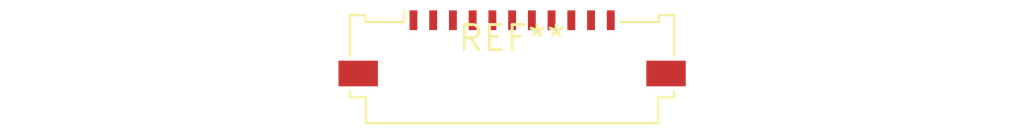
<source format=kicad_pcb>
(kicad_pcb (version 20240108) (generator pcbnew)
  (layers (0 "F.Cu" signal) (31 "B.Cu" signal) (34 "B.Paste" user) (35 "F.Paste" user) (36 "B.SilkS" user "B.Silkscreen") (37 "F.SilkS" user "F.Silkscreen") (38 "B.Mask" user) (39 "F.Mask" user) (44 "Edge.Cuts" user))
  (net 0 "")
  (footprint "Molex_200528-0110_1x11-1MP_P1.00mm_Horizontal" (layer "F.Cu") (at 0 0)
    (property "Reference" "REF**")
    (property "Value" "Molex_200528-0110_1x11-1MP_P1.00mm_Horizontal")
    (fp_line (start -8.21 -1.17) (end -8.21 0.88) (layer "F.SilkS") (stroke (width 0.12)))
    (fp_line (start -8.21 2.7) (end -8.21 3) (layer "F.SilkS") (stroke (width 0.12)))
    (fp_line (start -8.21 3) (end -7.41 3) (layer "F.SilkS") (stroke (width 0.12)))
    (fp_line (start -7.44 -1.17) (end -8.21 -1.17) (layer "F.SilkS") (stroke (width 0.12)))
    (fp_line (start -7.44 -0.82) (end -7.44 -1.17) (layer "F.SilkS") (stroke (width 0.12)))
    (fp_line (start -7.41 3) (end -7.41 4.3) (layer "F.SilkS") (stroke (width 0.12)))
    (fp_line (start -7.41 4.3) (end 7.41 4.3) (layer "F.SilkS") (stroke (width 0.12)))
    (fp_line (start -5.46 -1.41) (end -5.46 -0.82) (layer "F.SilkS") (stroke (width 0.12)))
    (fp_line (start -5.46 -0.82) (end -7.44 -0.82) (layer "F.SilkS") (stroke (width 0.12)))
    (fp_line (start 7.41 3) (end 8.21 3) (layer "F.SilkS") (stroke (width 0.12)))
    (fp_line (start 7.41 4.3) (end 7.41 3) (layer "F.SilkS") (stroke (width 0.12)))
    (fp_line (start 7.44 -1.17) (end 7.44 -0.82) (layer "F.SilkS") (stroke (width 0.12)))
    (fp_line (start 7.44 -0.82) (end 5.46 -0.82) (layer "F.SilkS") (stroke (width 0.12)))
    (fp_line (start 8.21 -1.17) (end 7.44 -1.17) (layer "F.SilkS") (stroke (width 0.12)))
    (fp_line (start 8.21 0.88) (end 8.21 -1.17) (layer "F.SilkS") (stroke (width 0.12)))
    (fp_line (start 8.21 3) (end 8.21 2.7) (layer "F.SilkS") (stroke (width 0.12)))
    (pad "1" smd rect (at -5 -0.91) (size 0.4 1) (layers "F.Cu" "F.Paste" "F.Mask"))
    (pad "2" smd rect (at -4 -0.91) (size 0.4 1) (layers "F.Cu" "F.Paste" "F.Mask"))
    (pad "3" smd rect (at -3 -0.91) (size 0.4 1) (layers "F.Cu" "F.Paste" "F.Mask"))
    (pad "4" smd rect (at -2 -0.91) (size 0.4 1) (layers "F.Cu" "F.Paste" "F.Mask"))
    (pad "5" smd rect (at -1 -0.91) (size 0.4 1) (layers "F.Cu" "F.Paste" "F.Mask"))
    (pad "6" smd rect (at 0 -0.91) (size 0.4 1) (layers "F.Cu" "F.Paste" "F.Mask"))
    (pad "7" smd rect (at 1 -0.91) (size 0.4 1) (layers "F.Cu" "F.Paste" "F.Mask"))
    (pad "8" smd rect (at 2 -0.91) (size 0.4 1) (layers "F.Cu" "F.Paste" "F.Mask"))
    (pad "9" smd rect (at 3 -0.91) (size 0.4 1) (layers "F.Cu" "F.Paste" "F.Mask"))
    (pad "10" smd rect (at 4 -0.91) (size 0.4 1) (layers "F.Cu" "F.Paste" "F.Mask"))
    (pad "11" smd rect (at 5 -0.91) (size 0.4 1) (layers "F.Cu" "F.Paste" "F.Mask"))
    (pad "MP" smd rect (at -7.8 1.79) (size 2 1.3) (layers "F.Cu" "F.Paste" "F.Mask"))
    (pad "MP" smd rect (at 7.8 1.79) (size 2 1.3) (layers "F.Cu" "F.Paste" "F.Mask"))
  )
)
</source>
